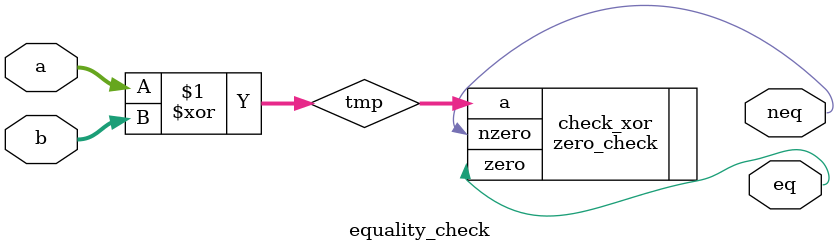
<source format=sv>
module equality_check #(parameter N = 32)(
    output logic eq, neq,
    input logic [N-1:0] a,b
);

logic [N-1:0] tmp;
assign tmp = (a ^ b);
zero_check #(
    .N(N)
)check_xor(
    .a(tmp),
    .zero(eq),
    .nzero(neq)
);

endmodule
</source>
